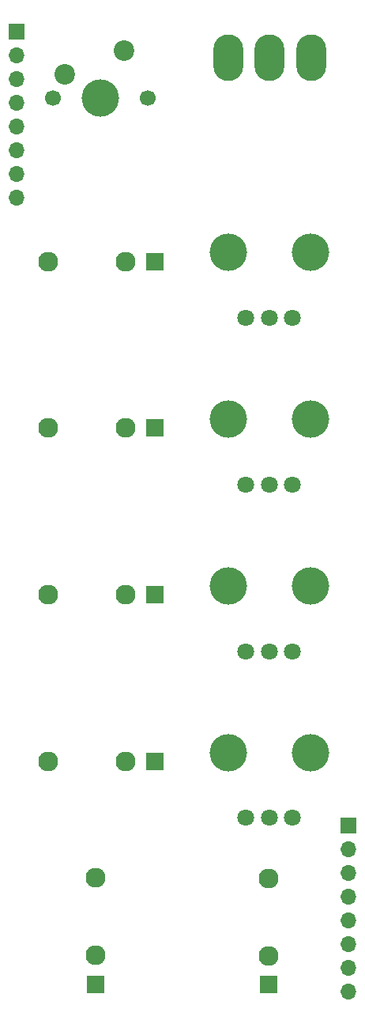
<source format=gbr>
%TF.GenerationSoftware,KiCad,Pcbnew,8.0.7*%
%TF.CreationDate,2025-02-18T18:38:33-05:00*%
%TF.ProjectId,bing-bong-pcb-control,62696e67-2d62-46f6-9e67-2d7063622d63,rev?*%
%TF.SameCoordinates,Original*%
%TF.FileFunction,Soldermask,Top*%
%TF.FilePolarity,Negative*%
%FSLAX46Y46*%
G04 Gerber Fmt 4.6, Leading zero omitted, Abs format (unit mm)*
G04 Created by KiCad (PCBNEW 8.0.7) date 2025-02-18 18:38:33*
%MOMM*%
%LPD*%
G01*
G04 APERTURE LIST*
%ADD10R,1.830000X1.930000*%
%ADD11C,2.130000*%
%ADD12R,1.930000X1.830000*%
%ADD13C,4.000000*%
%ADD14C,1.800000*%
%ADD15O,3.200000X5.000000*%
%ADD16R,1.700000X1.700000*%
%ADD17O,1.700000X1.700000*%
%ADD18C,1.700000*%
%ADD19C,2.200000*%
G04 APERTURE END LIST*
D10*
%TO.C,J5*%
X138176000Y-126426000D03*
D11*
X126776000Y-126426000D03*
X135076000Y-126426000D03*
%TD*%
D12*
%TO.C,J6*%
X131826000Y-150306000D03*
D11*
X131826000Y-138906000D03*
X131826000Y-147206000D03*
%TD*%
D10*
%TO.C,J2*%
X138176000Y-72898000D03*
D11*
X126776000Y-72898000D03*
X135076000Y-72898000D03*
%TD*%
D10*
%TO.C,J4*%
X138176000Y-108583332D03*
D11*
X126776000Y-108583332D03*
X135076000Y-108583332D03*
%TD*%
D13*
%TO.C,RV7*%
X146050000Y-125476000D03*
X154850000Y-125476000D03*
D14*
X152950000Y-132476000D03*
X150450000Y-132476000D03*
X147950000Y-132476000D03*
%TD*%
D15*
%TO.C,SW2*%
X154940000Y-51054000D03*
X150490000Y-51054000D03*
X146040000Y-51054000D03*
%TD*%
D13*
%TO.C,RV1*%
X146050000Y-71948000D03*
X154850000Y-71948000D03*
D14*
X152950000Y-78948000D03*
X150450000Y-78948000D03*
X147950000Y-78948000D03*
%TD*%
D13*
%TO.C,RV5*%
X146050000Y-89790666D03*
X154850000Y-89790666D03*
D14*
X152950000Y-96790666D03*
X150450000Y-96790666D03*
X147950000Y-96790666D03*
%TD*%
D12*
%TO.C,J1*%
X150368000Y-150338000D03*
D11*
X150368000Y-138938000D03*
X150368000Y-147238000D03*
%TD*%
D16*
%TO.C,J8*%
X123393200Y-48311200D03*
D17*
X123393200Y-50851200D03*
X123393200Y-53391200D03*
X123393200Y-55931200D03*
X123393200Y-58471200D03*
X123393200Y-61011200D03*
X123393200Y-63551200D03*
X123393200Y-66091200D03*
%TD*%
D16*
%TO.C,J9*%
X158953200Y-133299600D03*
D17*
X158953200Y-135839600D03*
X158953200Y-138379600D03*
X158953200Y-140919600D03*
X158953200Y-143459600D03*
X158953200Y-145999600D03*
X158953200Y-148539600D03*
X158953200Y-151079600D03*
%TD*%
D18*
%TO.C,SW1*%
X127254000Y-55372000D03*
D13*
X132334000Y-55372000D03*
D18*
X137414000Y-55372000D03*
D19*
X134874000Y-50292000D03*
X128524000Y-52832000D03*
%TD*%
D10*
%TO.C,J3*%
X138176000Y-90740666D03*
D11*
X126776000Y-90740666D03*
X135076000Y-90740666D03*
%TD*%
D13*
%TO.C,RV6*%
X146050000Y-107633332D03*
X154850000Y-107633332D03*
D14*
X152950000Y-114633332D03*
X150450000Y-114633332D03*
X147950000Y-114633332D03*
%TD*%
M02*

</source>
